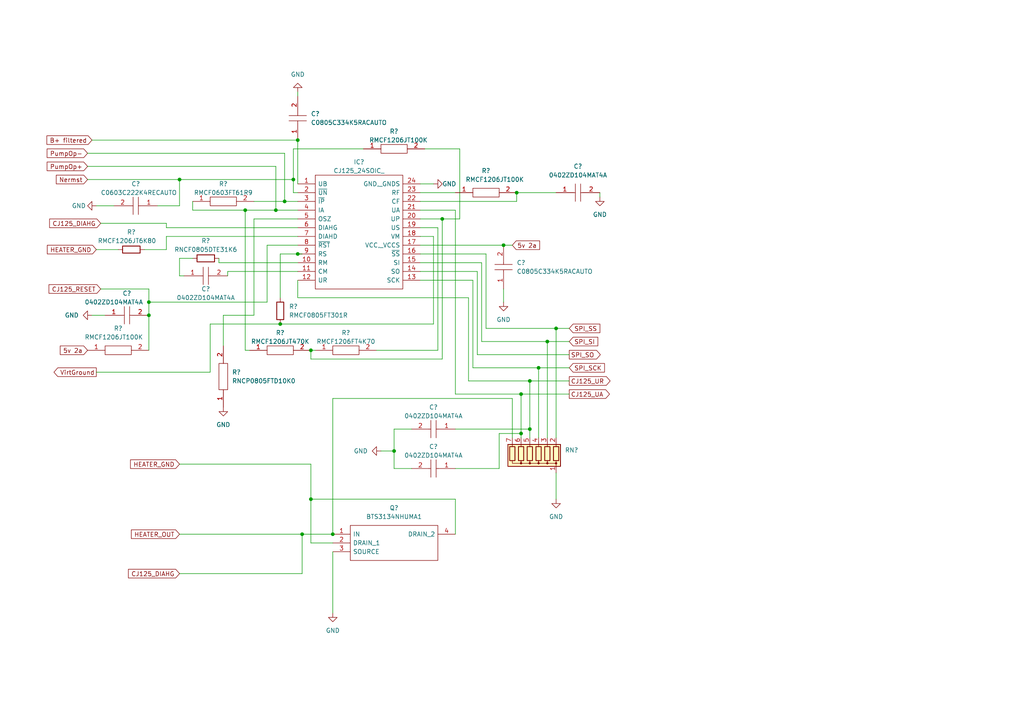
<source format=kicad_sch>
(kicad_sch (version 20211123) (generator eeschema)
  (paper "A4")
  (lib_symbols
    (symbol "Device:R" (pin_numbers hide) (pin_names (offset 0))
      (property "Reference" "R" (at 2.032 0 90))
      (property "Value" "R" (at 0 0 90))
      (symbol "R_0_1"
        (rectangle (start -1.016 -2.54) (end 1.016 2.54) (stroke (width 0.254)))
      )
      (symbol "R_1_1"
        (pin passive line (at 0 3.81 270) (length 1.27) (name "~") (number "1"))
        (pin passive line (at 0 -3.81 90) (length 1.27) (name "~") (number "2"))
      )
    )
    (symbol "Device:R_Network06" (pin_names (offset 0) hide)
      (property "Reference" "RN" (at -10.16 0 90))
      (property "Value" "R_Network06" (at 7.62 0 90))
      (symbol "R_Network06_0_1"
        (rectangle (start -8.89 -3.175) (end 6.35 3.175) (stroke (width 0.254)) (fill (type background)))
        (rectangle (start -8.382 1.524) (end -6.858 -2.54) (stroke (width 0.254)))
        (circle (center -7.62 2.286) (radius 0.254) (fill (type outline)))
        (rectangle (start -5.842 1.524) (end -4.318 -2.54) (stroke (width 0.254)))
        (circle (center -5.08 2.286) (radius 0.254) (fill (type outline)))
        (rectangle (start -3.302 1.524) (end -1.778 -2.54) (stroke (width 0.254)))
        (circle (center -2.54 2.286) (radius 0.254) (fill (type outline)))
        (rectangle (start -0.762 1.524) (end 0.762 -2.54) (stroke (width 0.254)))
        (polyline (pts (xy -7.62 -2.54) (xy -7.62 -3.81)))
        (polyline (pts (xy -5.08 -2.54) (xy -5.08 -3.81)))
        (polyline (pts (xy -2.54 -2.54) (xy -2.54 -3.81)))
        (polyline (pts (xy 0 -2.54) (xy 0 -3.81)))
        (polyline (pts (xy 2.54 -2.54) (xy 2.54 -3.81)))
        (polyline (pts (xy 5.08 -2.54) (xy 5.08 -3.81)))
        (polyline (pts (xy -7.62 1.524) (xy -7.62 2.286) (xy -5.08 2.286) (xy -5.08 1.524)))
        (polyline (pts (xy -5.08 1.524) (xy -5.08 2.286) (xy -2.54 2.286) (xy -2.54 1.524)))
        (polyline (pts (xy -2.54 1.524) (xy -2.54 2.286) (xy 0 2.286) (xy 0 1.524)))
        (polyline (pts (xy 0 1.524) (xy 0 2.286) (xy 2.54 2.286) (xy 2.54 1.524)))
        (polyline (pts (xy 2.54 1.524) (xy 2.54 2.286) (xy 5.08 2.286) (xy 5.08 1.524)))
        (circle (center 0 2.286) (radius 0.254) (fill (type outline)))
        (rectangle (start 1.778 1.524) (end 3.302 -2.54) (stroke (width 0.254)))
        (circle (center 2.54 2.286) (radius 0.254) (fill (type outline)))
        (rectangle (start 4.318 1.524) (end 5.842 -2.54) (stroke (width 0.254)))
      )
      (symbol "R_Network06_1_1"
        (pin passive line (at -7.62 5.08 270) (length 2.54) (name "common") (number "1"))
        (pin passive line (at -7.62 -5.08 90) (length 1.27) (name "R1") (number "2"))
        (pin passive line (at -5.08 -5.08 90) (length 1.27) (name "R2") (number "3"))
        (pin passive line (at -2.54 -5.08 90) (length 1.27) (name "R3") (number "4"))
        (pin passive line (at 0 -5.08 90) (length 1.27) (name "R4") (number "5"))
        (pin passive line (at 2.54 -5.08 90) (length 1.27) (name "R5") (number "6"))
        (pin passive line (at 5.08 -5.08 90) (length 1.27) (name "R6") (number "7"))
      )
    )
    (symbol "SamacSys_Parts:0402ZD104MAT4A" (pin_names (offset 0.762))
      (property "Reference" "C" (at 8.89 6.35 0))
      (property "Value" "0402ZD104MAT4A" (at 8.89 3.81 0))
      (symbol "0402ZD104MAT4A_0_0"
        (pin passive line (at 0 0 0) (length 5.08) (name "~") (number "1"))
        (pin passive line (at 12.7 0 180) (length 5.08) (name "~") (number "2"))
      )
      (symbol "0402ZD104MAT4A_0_1"
        (polyline (pts (xy 5.08 0) (xy 5.588 0)) (stroke (width 0.1524)))
        (polyline (pts (xy 5.588 2.54) (xy 5.588 -2.54)) (stroke (width 0.1524)))
        (polyline (pts (xy 7.112 0) (xy 7.62 0)) (stroke (width 0.1524)))
        (polyline (pts (xy 7.112 2.54) (xy 7.112 -2.54)) (stroke (width 0.1524)))
      )
    )
    (symbol "SamacSys_Parts:BTS3134NHUMA1" (pin_names (offset 0.762))
      (property "Reference" "Q" (at 31.75 7.62 0))
      (property "Value" "BTS3134NHUMA1" (at 31.75 5.08 0))
      (symbol "BTS3134NHUMA1_0_0"
        (pin passive line (at 0 0 0) (length 5.08) (name "IN") (number "1"))
        (pin passive line (at 0 -2.54 0) (length 5.08) (name "DRAIN_1") (number "2"))
        (pin passive line (at 0 -5.08 0) (length 5.08) (name "SOURCE") (number "3"))
        (pin passive line (at 35.56 0 180) (length 5.08) (name "DRAIN_2") (number "4"))
      )
      (symbol "BTS3134NHUMA1_0_1"
        (polyline (pts (xy 5.08 2.54) (xy 30.48 2.54) (xy 30.48 -7.62) (xy 5.08 -7.62) (xy 5.08 2.54)) (stroke (width 0.1524)))
      )
    )
    (symbol "SamacSys_Parts:C0603C222K4RECAUTO" (pin_names (offset 0.762))
      (property "Reference" "C" (at 8.89 6.35 0))
      (property "Value" "C0603C222K4RECAUTO" (at 8.89 3.81 0))
      (symbol "C0603C222K4RECAUTO_0_0"
        (pin passive line (at 0 0 0) (length 5.08) (name "~") (number "1"))
        (pin passive line (at 12.7 0 180) (length 5.08) (name "~") (number "2"))
      )
      (symbol "C0603C222K4RECAUTO_0_1"
        (polyline (pts (xy 5.08 0) (xy 5.588 0)) (stroke (width 0.1524)))
        (polyline (pts (xy 5.588 2.54) (xy 5.588 -2.54)) (stroke (width 0.1524)))
        (polyline (pts (xy 7.112 0) (xy 7.62 0)) (stroke (width 0.1524)))
        (polyline (pts (xy 7.112 2.54) (xy 7.112 -2.54)) (stroke (width 0.1524)))
      )
    )
    (symbol "SamacSys_Parts:C0805C334K5RACAUTO" (pin_names (offset 0.762))
      (property "Reference" "C" (at 8.89 6.35 0))
      (property "Value" "C0805C334K5RACAUTO" (at 8.89 3.81 0))
      (symbol "C0805C334K5RACAUTO_0_0"
        (pin passive line (at 0 0 0) (length 5.08) (name "~") (number "1"))
        (pin passive line (at 12.7 0 180) (length 5.08) (name "~") (number "2"))
      )
      (symbol "C0805C334K5RACAUTO_0_1"
        (polyline (pts (xy 5.08 0) (xy 5.588 0)) (stroke (width 0.1524)))
        (polyline (pts (xy 5.588 2.54) (xy 5.588 -2.54)) (stroke (width 0.1524)))
        (polyline (pts (xy 7.112 0) (xy 7.62 0)) (stroke (width 0.1524)))
        (polyline (pts (xy 7.112 2.54) (xy 7.112 -2.54)) (stroke (width 0.1524)))
      )
    )
    (symbol "SamacSys_Parts:CJ125_24SOIC_" (pin_names (offset 0.762))
      (property "Reference" "IC" (at 31.75 7.62 0))
      (property "Value" "CJ125_24SOIC_" (at 31.75 5.08 0))
      (symbol "CJ125_24SOIC__0_0"
        (pin power_in line (at 0 0 0) (length 5.08) (name "UB") (number "1"))
        (pin output line (at 0 -22.86 0) (length 5.08) (name "RM") (number "10"))
        (pin input line (at 0 -25.4 0) (length 5.08) (name "CM") (number "11"))
        (pin output line (at 0 -27.94 0) (length 5.08) (name "UR") (number "12"))
        (pin input line (at 35.56 -27.94 180) (length 5.08) (name "SCK") (number "13"))
        (pin output line (at 35.56 -25.4 180) (length 5.08) (name "SO") (number "14"))
        (pin input line (at 35.56 -22.86 180) (length 5.08) (name "SI") (number "15"))
        (pin input line (at 35.56 -20.32 180) (length 5.08) (name "~{SS}") (number "16"))
        (pin power_in line (at 35.56 -17.78 180) (length 5.08) (name "VCC,_VCCS") (number "17"))
        (pin power_in line (at 35.56 -15.24 180) (length 5.08) (name "VM") (number "18"))
        (pin power_in line (at 35.56 -12.7 180) (length 5.08) (name "US") (number "19"))
        (pin input line (at 0 -2.54 0) (length 5.08) (name "~{UN}") (number "2"))
        (pin input line (at 35.56 -10.16 180) (length 5.08) (name "UP") (number "20"))
        (pin output line (at 35.56 -7.62 180) (length 5.08) (name "UA") (number "21"))
        (pin input line (at 35.56 -5.08 180) (length 5.08) (name "CF") (number "22"))
        (pin output line (at 35.56 -2.54 180) (length 5.08) (name "RF") (number "23"))
        (pin power_in line (at 35.56 0 180) (length 5.08) (name "GND,_GNDS") (number "24"))
        (pin input line (at 0 -5.08 0) (length 5.08) (name "~{IP}") (number "3"))
        (pin input line (at 0 -7.62 0) (length 5.08) (name "IA") (number "4"))
        (pin input line (at 0 -10.16 0) (length 5.08) (name "OSZ") (number "5"))
        (pin input line (at 0 -12.7 0) (length 5.08) (name "DIAHG") (number "6"))
        (pin input line (at 0 -15.24 0) (length 5.08) (name "DIAHD") (number "7"))
        (pin input line (at 0 -17.78 0) (length 5.08) (name "~{RST}") (number "8"))
        (pin bidirectional line (at 0 -20.32 0) (length 5.08) (name "RS") (number "9"))
      )
      (symbol "CJ125_24SOIC__0_1"
        (polyline (pts (xy 5.08 2.54) (xy 30.48 2.54) (xy 30.48 -30.48) (xy 5.08 -30.48) (xy 5.08 2.54)) (stroke (width 0.1524)))
      )
    )
    (symbol "SamacSys_Parts:RMCF0603FT61R9" (pin_names (offset 0.762))
      (property "Reference" "R" (at 13.97 6.35 0))
      (property "Value" "RMCF0603FT61R9" (at 13.97 3.81 0))
      (symbol "RMCF0603FT61R9_0_0"
        (pin passive line (at 0 0 0) (length 5.08) (name "~") (number "1"))
        (pin passive line (at 17.78 0 180) (length 5.08) (name "~") (number "2"))
      )
      (symbol "RMCF0603FT61R9_0_1"
        (polyline (pts (xy 5.08 1.27) (xy 12.7 1.27) (xy 12.7 -1.27) (xy 5.08 -1.27) (xy 5.08 1.27)) (stroke (width 0.1524)))
      )
    )
    (symbol "SamacSys_Parts:RMCF1206FT4K70" (pin_names (offset 0.762))
      (property "Reference" "R" (at 13.97 6.35 0))
      (property "Value" "RMCF1206FT4K70" (at 13.97 3.81 0))
      (symbol "RMCF1206FT4K70_0_0"
        (pin passive line (at 0 0 0) (length 5.08) (name "~") (number "1"))
        (pin passive line (at 17.78 0 180) (length 5.08) (name "~") (number "2"))
      )
      (symbol "RMCF1206FT4K70_0_1"
        (polyline (pts (xy 5.08 1.27) (xy 12.7 1.27) (xy 12.7 -1.27) (xy 5.08 -1.27) (xy 5.08 1.27)) (stroke (width 0.1524)))
      )
    )
    (symbol "SamacSys_Parts:RMCF1206JT100K" (pin_names (offset 0.762))
      (property "Reference" "R" (at 13.97 6.35 0))
      (property "Value" "RMCF1206JT100K" (at 13.97 3.81 0))
      (symbol "RMCF1206JT100K_0_0"
        (pin passive line (at 0 0 0) (length 5.08) (name "~") (number "1"))
        (pin passive line (at 17.78 0 180) (length 5.08) (name "~") (number "2"))
      )
      (symbol "RMCF1206JT100K_0_1"
        (polyline (pts (xy 5.08 1.27) (xy 12.7 1.27) (xy 12.7 -1.27) (xy 5.08 -1.27) (xy 5.08 1.27)) (stroke (width 0.1524)))
      )
    )
    (symbol "SamacSys_Parts:RMCF1206JT470K" (pin_names (offset 0.762))
      (property "Reference" "R" (at 13.97 6.35 0))
      (property "Value" "RMCF1206JT470K" (at 13.97 3.81 0))
      (symbol "RMCF1206JT470K_0_0"
        (pin passive line (at 0 0 0) (length 5.08) (name "~") (number "1"))
        (pin passive line (at 17.78 0 180) (length 5.08) (name "~") (number "2"))
      )
      (symbol "RMCF1206JT470K_0_1"
        (polyline (pts (xy 5.08 1.27) (xy 12.7 1.27) (xy 12.7 -1.27) (xy 5.08 -1.27) (xy 5.08 1.27)) (stroke (width 0.1524)))
      )
    )
    (symbol "SamacSys_Parts:RNCP0805FTD10K0" (pin_names (offset 0.762))
      (property "Reference" "R" (at 13.97 6.35 0))
      (property "Value" "RNCP0805FTD10K0" (at 13.97 3.81 0))
      (symbol "RNCP0805FTD10K0_0_0"
        (pin passive line (at 0 0 0) (length 5.08) (name "~") (number "1"))
        (pin passive line (at 17.78 0 180) (length 5.08) (name "~") (number "2"))
      )
      (symbol "RNCP0805FTD10K0_0_1"
        (polyline (pts (xy 5.08 1.27) (xy 12.7 1.27) (xy 12.7 -1.27) (xy 5.08 -1.27) (xy 5.08 1.27)) (stroke (width 0.1524)))
      )
    )
    (symbol "power:GND" (power) (pin_names (offset 0))
      (property "Value" "GND" (at 0 -3.81 0))
      (symbol "GND_0_1"
        (polyline (pts (xy 0 0) (xy 0 -1.27) (xy 1.27 -1.27) (xy 0 -2.54) (xy -1.27 -1.27) (xy 0 -1.27)))
      )
      (symbol "GND_1_1"
        (pin power_in line (at 0 0 270) (length 0) hide (name "GND") (number "1"))
      )
    )
  )
  (junction (at 43.18 87.63))
  (junction (at 149.86 55.88))
  (junction (at 87.63 154.94))
  (junction (at 96.52 154.94))
  (junction (at 153.67 110.49))
  (junction (at 156.21 106.68))
  (junction (at 43.18 91.44))
  (junction (at 146.05 71.12))
  (junction (at 161.29 95.25))
  (junction (at 151.13 125.73))
  (junction (at 80.01 60.96))
  (junction (at 158.75 99.06))
  (junction (at 90.17 144.78))
  (junction (at 52.07 52.07))
  (junction (at 90.17 101.6))
  (junction (at 153.67 124.46))
  (junction (at 71.12 60.96))
  (junction (at 151.13 114.3))
  (junction (at 86.36 73.66))
  (junction (at 82.55 58.42))
  (junction (at 86.36 40.64))
  (junction (at 85.09 52.07))
  (junction (at 114.3 130.81))
  (junction (at 81.28 93.98))
  (junction (at 128.27 63.5))
  (wire (pts (xy 109.22 101.6) (xy 127 101.6)))
  (wire (pts (xy 96.52 157.48) (xy 90.17 157.48)))
  (wire (pts (xy 45.72 59.69) (xy 52.07 59.69)))
  (wire (pts (xy 121.92 73.66) (xy 140.97 73.66)))
  (wire (pts (xy 25.4 52.07) (xy 52.07 52.07)))
  (wire (pts (xy 121.92 55.88) (xy 132.08 55.88)))
  (wire (pts (xy 29.21 83.82) (xy 43.18 83.82)))
  (wire (pts (xy 60.96 93.98) (xy 81.28 93.98)))
  (wire (pts (xy 140.97 73.66) (xy 140.97 95.25)))
  (wire (pts (xy 121.92 81.28) (xy 137.16 81.28)))
  (wire (pts (xy 87.63 154.94) (xy 96.52 154.94)))
  (wire (pts (xy 158.75 99.06) (xy 165.1 99.06)))
  (wire (pts (xy 135.89 110.49) (xy 153.67 110.49)))
  (wire (pts (xy 96.52 115.57) (xy 96.52 154.94)))
  (wire (pts (xy 52.07 52.07) (xy 52.07 59.69)))
  (wire (pts (xy 140.97 95.25) (xy 161.29 95.25)))
  (wire (pts (xy 138.43 102.87) (xy 165.1 102.87)))
  (wire (pts (xy 86.36 86.36) (xy 135.89 86.36)))
  (wire (pts (xy 52.07 134.62) (xy 90.17 134.62)))
  (wire (pts (xy 29.21 64.77) (xy 48.26 64.77)))
  (wire (pts (xy 77.47 71.12) (xy 77.47 87.63)))
  (wire (pts (xy 149.86 58.42) (xy 121.92 58.42)))
  (wire (pts (xy 43.18 87.63) (xy 43.18 91.44)))
  (wire (pts (xy 48.26 72.39) (xy 41.91 72.39)))
  (wire (pts (xy 156.21 106.68) (xy 165.1 106.68)))
  (wire (pts (xy 144.78 135.89) (xy 144.78 125.73)))
  (wire (pts (xy 48.26 66.04) (xy 48.26 64.77)))
  (wire (pts (xy 85.09 52.07) (xy 85.09 43.18)))
  (wire (pts (xy 52.07 154.94) (xy 87.63 154.94)))
  (wire (pts (xy 90.17 144.78) (xy 90.17 134.62)))
  (wire (pts (xy 137.16 81.28) (xy 137.16 106.68)))
  (wire (pts (xy 127 66.04) (xy 127 101.6)))
  (wire (pts (xy 146.05 71.12) (xy 148.59 71.12)))
  (wire (pts (xy 43.18 91.44) (xy 43.18 101.6)))
  (wire (pts (xy 85.09 55.88) (xy 86.36 55.88)))
  (wire (pts (xy 90.17 144.78) (xy 132.08 144.78)))
  (wire (pts (xy 135.89 86.36) (xy 135.89 110.49)))
  (wire (pts (xy 81.28 73.66) (xy 86.36 73.66)))
  (wire (pts (xy 148.59 115.57) (xy 148.59 127)))
  (wire (pts (xy 85.09 55.88) (xy 85.09 52.07)))
  (wire (pts (xy 121.92 68.58) (xy 125.73 68.58)))
  (wire (pts (xy 86.36 66.04) (xy 48.26 66.04)))
  (wire (pts (xy 173.99 55.88) (xy 173.99 57.15)))
  (wire (pts (xy 71.12 101.6) (xy 72.39 101.6)))
  (wire (pts (xy 119.38 135.89) (xy 114.3 135.89)))
  (wire (pts (xy 121.92 63.5) (xy 128.27 63.5)))
  (wire (pts (xy 96.52 115.57) (xy 148.59 115.57)))
  (wire (pts (xy 138.43 78.74) (xy 138.43 102.87)))
  (wire (pts (xy 52.07 80.01) (xy 53.34 80.01)))
  (wire (pts (xy 55.88 60.96) (xy 71.12 60.96)))
  (wire (pts (xy 85.09 43.18) (xy 105.41 43.18)))
  (wire (pts (xy 86.36 63.5) (xy 73.66 63.5)))
  (wire (pts (xy 27.94 72.39) (xy 34.29 72.39)))
  (wire (pts (xy 123.19 43.18) (xy 133.35 43.18)))
  (wire (pts (xy 25.4 48.26) (xy 80.01 48.26)))
  (wire (pts (xy 48.26 68.58) (xy 48.26 72.39)))
  (wire (pts (xy 139.7 99.06) (xy 158.75 99.06)))
  (wire (pts (xy 121.92 60.96) (xy 132.08 60.96)))
  (wire (pts (xy 114.3 124.46) (xy 114.3 130.81)))
  (wire (pts (xy 43.18 87.63) (xy 43.18 83.82)))
  (wire (pts (xy 153.67 110.49) (xy 153.67 124.46)))
  (wire (pts (xy 25.4 44.45) (xy 82.55 44.45)))
  (wire (pts (xy 153.67 124.46) (xy 153.67 127)))
  (wire (pts (xy 64.77 91.44) (xy 64.77 100.33)))
  (wire (pts (xy 125.73 93.98) (xy 81.28 93.98)))
  (wire (pts (xy 60.96 93.98) (xy 60.96 107.95)))
  (wire (pts (xy 43.18 87.63) (xy 77.47 87.63)))
  (wire (pts (xy 55.88 58.42) (xy 55.88 60.96)))
  (wire (pts (xy 82.55 44.45) (xy 82.55 58.42)))
  (wire (pts (xy 128.27 63.5) (xy 128.27 104.14)))
  (wire (pts (xy 86.36 76.2) (xy 63.5 76.2)))
  (wire (pts (xy 86.36 78.74) (xy 66.04 78.74)))
  (wire (pts (xy 82.55 58.42) (xy 86.36 58.42)))
  (wire (pts (xy 60.96 107.95) (xy 27.94 107.95)))
  (wire (pts (xy 121.92 76.2) (xy 139.7 76.2)))
  (wire (pts (xy 90.17 104.14) (xy 90.17 101.6)))
  (wire (pts (xy 119.38 124.46) (xy 114.3 124.46)))
  (wire (pts (xy 149.86 55.88) (xy 149.86 58.42)))
  (wire (pts (xy 114.3 130.81) (xy 110.49 130.81)))
  (wire (pts (xy 114.3 130.81) (xy 114.3 135.89)))
  (wire (pts (xy 73.66 91.44) (xy 64.77 91.44)))
  (wire (pts (xy 48.26 68.58) (xy 86.36 68.58)))
  (wire (pts (xy 27.94 59.69) (xy 33.02 59.69)))
  (wire (pts (xy 161.29 95.25) (xy 161.29 127)))
  (wire (pts (xy 133.35 43.18) (xy 133.35 63.5)))
  (wire (pts (xy 26.67 91.44) (xy 30.48 91.44)))
  (wire (pts (xy 151.13 127) (xy 151.13 125.73)))
  (wire (pts (xy 132.08 60.96) (xy 132.08 114.3)))
  (wire (pts (xy 132.08 124.46) (xy 153.67 124.46)))
  (wire (pts (xy 73.66 58.42) (xy 82.55 58.42)))
  (wire (pts (xy 55.88 74.93) (xy 52.07 74.93)))
  (wire (pts (xy 90.17 101.6) (xy 91.44 101.6)))
  (wire (pts (xy 151.13 114.3) (xy 165.1 114.3)))
  (wire (pts (xy 146.05 83.82) (xy 146.05 87.63)))
  (wire (pts (xy 81.28 86.36) (xy 81.28 73.66)))
  (wire (pts (xy 52.07 166.37) (xy 87.63 166.37)))
  (wire (pts (xy 158.75 127) (xy 158.75 99.06)))
  (wire (pts (xy 132.08 144.78) (xy 132.08 154.94)))
  (wire (pts (xy 71.12 60.96) (xy 71.12 101.6)))
  (wire (pts (xy 73.66 63.5) (xy 73.66 91.44)))
  (wire (pts (xy 133.35 63.5) (xy 128.27 63.5)))
  (wire (pts (xy 80.01 60.96) (xy 86.36 60.96)))
  (wire (pts (xy 87.63 73.66) (xy 86.36 73.66)))
  (wire (pts (xy 156.21 127) (xy 156.21 106.68)))
  (wire (pts (xy 125.73 68.58) (xy 125.73 93.98)))
  (wire (pts (xy 52.07 52.07) (xy 85.09 52.07)))
  (wire (pts (xy 96.52 160.02) (xy 96.52 177.8)))
  (wire (pts (xy 151.13 125.73) (xy 151.13 114.3)))
  (wire (pts (xy 52.07 74.93) (xy 52.07 80.01)))
  (wire (pts (xy 63.5 76.2) (xy 63.5 74.93)))
  (wire (pts (xy 132.08 135.89) (xy 144.78 135.89)))
  (wire (pts (xy 26.67 40.64) (xy 86.36 40.64)))
  (wire (pts (xy 132.08 114.3) (xy 151.13 114.3)))
  (wire (pts (xy 86.36 81.28) (xy 86.36 86.36)))
  (wire (pts (xy 161.29 55.88) (xy 149.86 55.88)))
  (wire (pts (xy 121.92 53.34) (xy 125.73 53.34)))
  (wire (pts (xy 161.29 95.25) (xy 165.1 95.25)))
  (wire (pts (xy 86.36 71.12) (xy 77.47 71.12)))
  (wire (pts (xy 144.78 125.73) (xy 151.13 125.73)))
  (wire (pts (xy 80.01 60.96) (xy 80.01 48.26)))
  (wire (pts (xy 71.12 60.96) (xy 80.01 60.96)))
  (wire (pts (xy 139.7 76.2) (xy 139.7 99.06)))
  (wire (pts (xy 121.92 71.12) (xy 146.05 71.12)))
  (wire (pts (xy 90.17 157.48) (xy 90.17 144.78)))
  (wire (pts (xy 128.27 104.14) (xy 90.17 104.14)))
  (wire (pts (xy 86.36 27.94) (xy 86.36 26.67)))
  (wire (pts (xy 86.36 40.64) (xy 86.36 53.34)))
  (wire (pts (xy 66.04 78.74) (xy 66.04 80.01)))
  (wire (pts (xy 137.16 106.68) (xy 156.21 106.68)))
  (wire (pts (xy 121.92 78.74) (xy 138.43 78.74)))
  (wire (pts (xy 87.63 166.37) (xy 87.63 154.94)))
  (wire (pts (xy 121.92 66.04) (xy 127 66.04)))
  (wire (pts (xy 161.29 137.16) (xy 161.29 144.78)))
  (wire (pts (xy 153.67 110.49) (xy 165.1 110.49)))
  (global_label "CJ125_UA" (shape output) (at 165.1 114.3 0) (property "Intersheet References" "${INTERSHEET_REFS}" (effects hide)))
  (global_label "Nermst" (shape input) (at 25.4 52.07 180) (property "Intersheet References" "${INTERSHEET_REFS}" (effects hide)))
  (global_label "PumpOp-" (shape input) (at 25.4 44.45 180) (property "Intersheet References" "${INTERSHEET_REFS}" (effects hide)))
  (global_label "VirtGround" (shape output) (at 27.94 107.95 180) (property "Intersheet References" "${INTERSHEET_REFS}" (effects hide)))
  (global_label "SPI_SO" (shape output) (at 165.1 102.87 0) (property "Intersheet References" "${INTERSHEET_REFS}" (effects hide)))
  (global_label "CJ125_DIAHG" (shape input) (at 52.07 166.37 180) (property "Intersheet References" "${INTERSHEET_REFS}" (effects hide)))
  (global_label "CJ125_RESET" (shape input) (at 29.21 83.82 180) (property "Intersheet References" "${INTERSHEET_REFS}" (effects hide)))
  (global_label "B+ filtered" (shape input) (at 26.67 40.64 180) (property "Intersheet References" "${INTERSHEET_REFS}" (effects hide)))
  (global_label "5v 2a" (shape input) (at 148.59 71.12 0) (property "Intersheet References" "${INTERSHEET_REFS}" (effects hide)))
  (global_label "HEATER_GND" (shape input) (at 27.94 72.39 180) (property "Intersheet References" "${INTERSHEET_REFS}" (effects hide)))
  (global_label "SPI_SI" (shape input) (at 165.1 99.06 0) (property "Intersheet References" "${INTERSHEET_REFS}" (effects hide)))
  (global_label "HEATER_OUT" (shape input) (at 52.07 154.94 180) (property "Intersheet References" "${INTERSHEET_REFS}" (effects hide)))
  (global_label "HEATER_GND" (shape input) (at 52.07 134.62 180) (property "Intersheet References" "${INTERSHEET_REFS}" (effects hide)))
  (global_label "PumpOp+" (shape input) (at 25.4 48.26 180) (property "Intersheet References" "${INTERSHEET_REFS}" (effects hide)))
  (global_label "CJ125_UR" (shape output) (at 165.1 110.49 0) (property "Intersheet References" "${INTERSHEET_REFS}" (effects hide)))
  (global_label "SPI_SS" (shape input) (at 165.1 95.25 0) (property "Intersheet References" "${INTERSHEET_REFS}" (effects hide)))
  (global_label "5v 2a" (shape input) (at 25.4 101.6 180) (property "Intersheet References" "${INTERSHEET_REFS}" (effects hide)))
  (global_label "SPI_SCK" (shape input) (at 165.1 106.68 0) (property "Intersheet References" "${INTERSHEET_REFS}" (effects hide)))
  (global_label "CJ125_DIAHG" (shape input) (at 29.21 64.77 180) (property "Intersheet References" "${INTERSHEET_REFS}" (effects hide)))
  (symbol (lib_id "SamacSys_Parts:0402ZD104MAT4A") (at 161.29 55.88 0) (unit 1)
    (property "Reference" "C?" (at 167.64 48.26 0))
    (property "Value" "0402ZD104MAT4A" (at 167.64 50.8 0))
    (property "Footprint" "CAPC1005X56N" (effects hide))
    (property "Datasheet" "http://datasheets.avx.com/cx5r.pdf" (effects hide))
    (property "Description" "Multilayer Ceramic Capacitors MLCC - SMD/SMT 10V .1uF X5R 0402 20% Tol" (effects hide))
    (property "Height" "0.56" (effects hide))
    (property "Manufacturer_Name" "AVX" (effects hide))
    (property "Manufacturer_Part_Number" "0402ZD104MAT4A" (effects hide))
    (property "Mouser Part Number" "581-0402ZD104MAT4A" (effects hide))
    (property "Mouser Price/Stock" "https://www.mouser.com/Search/Refine.aspx?Keyword=581-0402ZD104MAT4A" (effects hide))
    (property "Arrow Part Number" "0402ZD104MAT4A" (effects hide))
    (property "Arrow Price/Stock" "https://www.arrow.com/en/products/0402zd104mat4a/avx" (effects hide))
  )
  (symbol (lib_id "power:GND") (at 146.05 87.63 0) (unit 1)
    (property "Reference" "#PWR?" (effects hide))
    (property "Value" "GND" (at 146.05 92.71 0))
  )
  (symbol (lib_id "SamacSys_Parts:C0603C222K4RECAUTO") (at 45.72 59.69 180) (unit 1)
    (property "Reference" "C?" (at 38.1 53.34 0) (effects (justify right)))
    (property "Value" "C0603C222K4RECAUTO" (at 29.21 55.88 0) (effects (justify right)))
    (property "Footprint" "CAPC1608X87N" (effects hide))
    (property "Datasheet" "https://connect.kemet.com:7667/gateway/IntelliData-ComponentDocumentation/1.0/download/specsheet/C0603C222K4RECAUTO" (effects hide))
    (property "Description" "Multilayer Ceramic Capacitors MLCC - SMD/SMT 16V 2200pF 0603 X7R 10% AEC-Q200" (effects hide))
    (property "Height" "0.87" (effects hide))
    (property "Manufacturer_Name" "KEMET" (effects hide))
    (property "Manufacturer_Part_Number" "C0603C222K4RECAUTO" (effects hide))
    (property "Mouser Part Number" "80-C0603C222K4RECAUT" (effects hide))
    (property "Mouser Price/Stock" "https://www.mouser.co.uk/ProductDetail/KEMET/C0603C222K4RECAUTO?qs=MLItCLRbWsxZgTBZFzhCDg%3D%3D" (effects hide))
  )
  (symbol (lib_id "SamacSys_Parts:RNCP0805FTD10K0") (at 64.77 118.11 90) (unit 1)
    (property "Reference" "R?" (at 67.31 107.9499 90) (effects (justify right)))
    (property "Value" "RNCP0805FTD10K0" (at 67.31 110.4899 90) (effects (justify right)))
    (property "Footprint" "RESC2012X65N" (effects hide))
    (property "Datasheet" "https://www.seielect.com/catalog/sei-rncp.pdf" (effects hide))
    (property "Description" "RES, 10 Kohm, 0805, 1%, 100 ppm, 0.25W" (effects hide))
    (property "Height" "0.65" (effects hide))
    (property "Manufacturer_Name" "Stackpole Electronics Inc." (effects hide))
    (property "Manufacturer_Part_Number" "RNCP0805FTD10K0" (effects hide))
    (property "Arrow Part Number" "RNCP0805FTD10K0" (effects hide))
    (property "Arrow Price/Stock" "https://www.arrow.com/en/products/rncp0805ftd10k0/stackpole-electronics?region=nac" (effects hide))
  )
  (symbol (lib_id "SamacSys_Parts:0402ZD104MAT4A") (at 53.34 80.01 0) (unit 1)
    (property "Reference" "C?" (at 59.69 83.82 0))
    (property "Value" "0402ZD104MAT4A" (at 59.69 86.36 0))
    (property "Footprint" "CAPC1005X56N" (effects hide))
    (property "Datasheet" "http://datasheets.avx.com/cx5r.pdf" (effects hide))
    (property "Description" "Multilayer Ceramic Capacitors MLCC - SMD/SMT 10V .1uF X5R 0402 20% Tol" (effects hide))
    (property "Height" "0.56" (effects hide))
    (property "Manufacturer_Name" "AVX" (effects hide))
    (property "Manufacturer_Part_Number" "0402ZD104MAT4A" (effects hide))
    (property "Mouser Part Number" "581-0402ZD104MAT4A" (effects hide))
    (property "Mouser Price/Stock" "https://www.mouser.com/Search/Refine.aspx?Keyword=581-0402ZD104MAT4A" (effects hide))
    (property "Arrow Part Number" "0402ZD104MAT4A" (effects hide))
    (property "Arrow Price/Stock" "https://www.arrow.com/en/products/0402zd104mat4a/avx" (effects hide))
  )
  (symbol (lib_id "SamacSys_Parts:CJ125_24SOIC_") (at 86.36 53.34 0) (unit 1)
    (property "Reference" "IC?" (at 104.14 46.99 0))
    (property "Value" "CJ125_24SOIC_" (at 104.14 49.53 0))
    (property "Footprint" "SOIC127P1031X413-24N" (effects hide))
    (property "Datasheet" "https://www.tme.eu/Document/e2f24a4716c4c2eb5720723a8c3c1390/CJ125.pdf" (effects hide))
    (property "Description" "Lambda Driver circuit for Bosch Wideband LS 4.2/4.9 style O2 sensor. Note: Drives O2 pump and Lambda circuits related to O2 sense not heater circuit." (effects hide))
    (property "Height" "4.13" (effects hide))
    (property "Manufacturer_Name" "Bosch Sensortec" (effects hide))
    (property "Manufacturer_Part_Number" "CJ125(24SOIC)" (effects hide))
  )
  (symbol (lib_id "power:GND") (at 86.36 26.67 180) (unit 1)
    (property "Reference" "#PWR?" (effects hide))
    (property "Value" "GND" (at 86.36 21.59 0))
  )
  (symbol (lib_id "Device:R") (at 81.28 90.17 0) (unit 1)
    (property "Reference" "R?" (at 83.82 88.8999 0) (effects (justify left)))
    (property "Value" "RMCF0805FT301R" (at 83.82 91.4399 0) (effects (justify left)))
  )
  (symbol (lib_id "SamacSys_Parts:C0805C334K5RACAUTO") (at 86.36 40.64 90) (unit 1)
    (property "Reference" "C?" (at 90.17 33.0199 90) (effects (justify right)))
    (property "Value" "C0805C334K5RACAUTO" (at 90.17 35.5599 90) (effects (justify right)))
    (property "Footprint" "C0805" (effects hide))
    (property "Datasheet" "https://content.kemet.com/datasheets/KEM_C1023_X7R_AUTO_SMD.pdf" (effects hide))
    (property "Description" "SMD Auto X7R, Ceramic, 0.33 uF, 10%, 50 VDC, 125 VDC, 125?C, -55?C, X7R, SMD, MLCC, Temperature Stable, Automotive Grade, 2.5 % , 1.5152 GOhms, 13 mg, 0805, 2mm, 1.25mm, 0.9mm, 0.75mm, 0.5mm, 4000, 78  Weeks, 80" (effects hide))
    (property "Height" "1.1" (effects hide))
    (property "Manufacturer_Name" "KEMET" (effects hide))
    (property "Manufacturer_Part_Number" "C0805C334K5RACAUTO" (effects hide))
    (property "Mouser Part Number" "80-C0805C334K5RAUTO" (effects hide))
    (property "Mouser Price/Stock" "https://www.mouser.co.uk/ProductDetail/KEMET/C0805C334K5RACAUTO?qs=bZxayH4A01bR1PAHAt4sZQ%3D%3D" (effects hide))
    (property "Arrow Part Number" "C0805C334K5RACAUTO" (effects hide))
    (property "Arrow Price/Stock" "https://www.arrow.com/en/products/c0805c334k5racauto/kemet-corporation" (effects hide))
  )
  (symbol (lib_id "SamacSys_Parts:0402ZD104MAT4A") (at 30.48 91.44 0) (unit 1)
    (property "Reference" "C?" (at 36.83 85.09 0))
    (property "Value" "0402ZD104MAT4A" (at 33.02 87.63 0))
    (property "Footprint" "CAPC1005X56N" (effects hide))
    (property "Datasheet" "http://datasheets.avx.com/cx5r.pdf" (effects hide))
    (property "Description" "Multilayer Ceramic Capacitors MLCC - SMD/SMT 10V .1uF X5R 0402 20% Tol" (effects hide))
    (property "Height" "0.56" (effects hide))
    (property "Manufacturer_Name" "AVX" (effects hide))
    (property "Manufacturer_Part_Number" "0402ZD104MAT4A" (effects hide))
    (property "Mouser Part Number" "581-0402ZD104MAT4A" (effects hide))
    (property "Mouser Price/Stock" "https://www.mouser.com/Search/Refine.aspx?Keyword=581-0402ZD104MAT4A" (effects hide))
    (property "Arrow Part Number" "0402ZD104MAT4A" (effects hide))
    (property "Arrow Price/Stock" "https://www.arrow.com/en/products/0402zd104mat4a/avx" (effects hide))
  )
  (symbol (lib_id "power:GND") (at 96.52 177.8 0) (unit 1)
    (property "Reference" "#PWR?" (effects hide))
    (property "Value" "GND" (at 96.52 182.88 0))
  )
  (symbol (lib_id "power:GND") (at 64.77 118.11 0) (unit 1)
    (property "Reference" "#PWR?" (effects hide))
    (property "Value" "GND" (at 64.77 123.19 0))
  )
  (symbol (lib_id "SamacSys_Parts:RMCF1206JT100K") (at 132.08 55.88 0) (unit 1)
    (property "Reference" "R?" (at 140.97 49.53 0))
    (property "Value" "RMCF1206JT100K" (at 143.51 52.07 0))
    (property "Footprint" "RESC3216X70N" (effects hide))
    (property "Datasheet" "https://www.seielect.com/catalog/sei-rmcf_rmcp.pdf" (effects hide))
    (property "Description" "RES, 1206, 100 Kohm, 5%, 0.25W" (effects hide))
    (property "Height" "0.7" (effects hide))
    (property "Manufacturer_Name" "Stackpole Electronics Inc." (effects hide))
    (property "Manufacturer_Part_Number" "RMCF1206JT100K" (effects hide))
  )
  (symbol (lib_id "Device:R_Network06") (at 153.67 132.08 180) (unit 1)
    (property "Reference" "RN?" (at 163.83 130.5559 0) (effects (justify right)))
    (property "Datasheet" "http://www.vishay.com/docs/31509/csc.pdf" (effects hide))
  )
  (symbol (lib_id "SamacSys_Parts:BTS3134NHUMA1") (at 96.52 154.94 0) (unit 1)
    (property "Reference" "Q?" (at 114.3 147.32 0))
    (property "Value" "BTS3134NHUMA1" (at 114.3 149.86 0))
    (property "Footprint" "SOT230P700X180-4N" (effects hide))
    (property "Datasheet" "https://componentsearchengine.com/Datasheets/2/BTS3134NHUMA1.pdf" (effects hide))
    (property "Description" "Power Switch ICs - Power Distribution SMART LW SIDE PWR 42V 3A" (effects hide))
    (property "Height" "1.8" (effects hide))
    (property "Manufacturer_Name" "Infineon" (effects hide))
    (property "Manufacturer_Part_Number" "BTS3134NHUMA1" (effects hide))
    (property "Mouser Part Number" "726-BTS3134NHUMA1" (effects hide))
    (property "Mouser Price/Stock" "https://www.mouser.co.uk/ProductDetail/Infineon-Technologies/BTS3134NHUMA1?qs=K00xGehIljshZ0QyGXJLyA%3D%3D" (effects hide))
    (property "Arrow Part Number" "BTS3134NHUMA1" (effects hide))
    (property "Arrow Price/Stock" "https://www.arrow.com/en/products/bts3134nhuma1/infineon-technologies-ag?region=nac" (effects hide))
  )
  (symbol (lib_id "SamacSys_Parts:RMCF1206FT4K70") (at 91.44 101.6 0) (unit 1)
    (property "Reference" "R?" (at 100.33 96.52 0))
    (property "Value" "RMCF1206FT4K70" (at 100.33 99.06 0))
    (property "Footprint" "RESC3216X70N" (effects hide))
    (property "Datasheet" "https://www.seielect.com/Catalog/SEI-RMCF_RMCP.pdf" (effects hide))
    (property "Description" "RES 4.7K OHM 1% 1/4W 1206" (effects hide))
    (property "Height" "0.7" (effects hide))
    (property "Manufacturer_Name" "Stackpole Electronics Inc." (effects hide))
    (property "Manufacturer_Part_Number" "RMCF1206FT4K70" (effects hide))
  )
  (symbol (lib_id "SamacSys_Parts:RMCF1206JT100K") (at 105.41 43.18 0) (unit 1)
    (property "Reference" "R?" (at 114.3 38.1 0))
    (property "Value" "RMCF1206JT100K" (at 115.57 40.64 0))
    (property "Footprint" "RESC3216X70N" (effects hide))
    (property "Datasheet" "https://www.seielect.com/catalog/sei-rmcf_rmcp.pdf" (effects hide))
    (property "Description" "RES, 1206, 100 Kohm, 5%, 0.25W" (effects hide))
    (property "Height" "0.7" (effects hide))
    (property "Manufacturer_Name" "Stackpole Electronics Inc." (effects hide))
    (property "Manufacturer_Part_Number" "RMCF1206JT100K" (effects hide))
  )
  (symbol (lib_id "power:GND") (at 161.29 144.78 0) (unit 1)
    (property "Reference" "#PWR?" (effects hide))
  )
  (symbol (lib_id "SamacSys_Parts:0402ZD104MAT4A") (at 132.08 135.89 180) (unit 1)
    (property "Reference" "C?" (at 125.73 129.54 0))
    (property "Value" "0402ZD104MAT4A" (at 125.73 132.08 0))
    (property "Footprint" "CAPC1005X56N" (effects hide))
    (property "Datasheet" "http://datasheets.avx.com/cx5r.pdf" (effects hide))
    (property "Description" "Multilayer Ceramic Capacitors MLCC - SMD/SMT 10V .1uF X5R 0402 20% Tol" (effects hide))
    (property "Height" "0.56" (effects hide))
    (property "Manufacturer_Name" "AVX" (effects hide))
    (property "Manufacturer_Part_Number" "0402ZD104MAT4A" (effects hide))
    (property "Mouser Part Number" "581-0402ZD104MAT4A" (effects hide))
    (property "Mouser Price/Stock" "https://www.mouser.com/Search/Refine.aspx?Keyword=581-0402ZD104MAT4A" (effects hide))
    (property "Arrow Part Number" "0402ZD104MAT4A" (effects hide))
    (property "Arrow Price/Stock" "https://www.arrow.com/en/products/0402zd104mat4a/avx" (effects hide))
  )
  (symbol (lib_id "power:GND") (at 26.67 91.44 270) (unit 1)
    (property "Reference" "#PWR?" (effects hide))
    (property "Value" "GND" (at 22.86 91.4399 90) (effects (justify right)))
  )
  (symbol (lib_id "SamacSys_Parts:RMCF1206JT470K") (at 72.39 101.6 0) (unit 1)
    (property "Reference" "R?" (at 81.28 96.52 0))
    (property "Value" "RMCF1206JT470K" (at 81.28 99.06 0))
    (property "Footprint" "RESC3216X70N" (effects hide))
    (property "Datasheet" "https://www.seielect.com/catalog/sei-rmcf_rmcp.pdf" (effects hide))
    (property "Description" "RES, 1206, 470 Kohm, 5%, 0.25W" (effects hide))
    (property "Height" "0.7" (effects hide))
    (property "Manufacturer_Name" "Stackpole Electronics Inc." (effects hide))
    (property "Manufacturer_Part_Number" "RMCF1206JT470K" (effects hide))
    (property "Arrow Part Number" "RMCF1206JT470K" (effects hide))
    (property "Arrow Price/Stock" "https://www.arrow.com/en/products/rmcf1206jt470k/stackpole-electronics" (effects hide))
  )
  (symbol (lib_id "Device:R") (at 38.1 72.39 90) (unit 1)
    (property "Reference" "R?" (at 38.1 67.31 90))
    (property "Value" "RMCF1206JT6K80" (at 36.83 69.85 90))
  )
  (symbol (lib_id "SamacSys_Parts:0402ZD104MAT4A") (at 132.08 124.46 180) (unit 1)
    (property "Reference" "C?" (at 125.73 118.11 0))
    (property "Value" "0402ZD104MAT4A" (at 125.73 120.65 0))
    (property "Footprint" "CAPC1005X56N" (effects hide))
    (property "Datasheet" "http://datasheets.avx.com/cx5r.pdf" (effects hide))
    (property "Description" "Multilayer Ceramic Capacitors MLCC - SMD/SMT 10V .1uF X5R 0402 20% Tol" (effects hide))
    (property "Height" "0.56" (effects hide))
    (property "Manufacturer_Name" "AVX" (effects hide))
    (property "Manufacturer_Part_Number" "0402ZD104MAT4A" (effects hide))
    (property "Mouser Part Number" "581-0402ZD104MAT4A" (effects hide))
    (property "Mouser Price/Stock" "https://www.mouser.com/Search/Refine.aspx?Keyword=581-0402ZD104MAT4A" (effects hide))
    (property "Arrow Part Number" "0402ZD104MAT4A" (effects hide))
    (property "Arrow Price/Stock" "https://www.arrow.com/en/products/0402zd104mat4a/avx" (effects hide))
  )
  (symbol (lib_id "SamacSys_Parts:C0805C334K5RACAUTO") (at 146.05 83.82 90) (unit 1)
    (property "Reference" "C?" (at 149.86 76.1999 90) (effects (justify right)))
    (property "Value" "C0805C334K5RACAUTO" (at 149.86 78.7399 90) (effects (justify right)))
    (property "Footprint" "C0805" (effects hide))
    (property "Datasheet" "https://content.kemet.com/datasheets/KEM_C1023_X7R_AUTO_SMD.pdf" (effects hide))
    (property "Description" "SMD Auto X7R, Ceramic, 0.33 uF, 10%, 50 VDC, 125 VDC, 125?C, -55?C, X7R, SMD, MLCC, Temperature Stable, Automotive Grade, 2.5 % , 1.5152 GOhms, 13 mg, 0805, 2mm, 1.25mm, 0.9mm, 0.75mm, 0.5mm, 4000, 78  Weeks, 80" (effects hide))
    (property "Height" "1.1" (effects hide))
    (property "Manufacturer_Name" "KEMET" (effects hide))
    (property "Manufacturer_Part_Number" "C0805C334K5RACAUTO" (effects hide))
    (property "Mouser Part Number" "80-C0805C334K5RAUTO" (effects hide))
    (property "Mouser Price/Stock" "https://www.mouser.co.uk/ProductDetail/KEMET/C0805C334K5RACAUTO?qs=bZxayH4A01bR1PAHAt4sZQ%3D%3D" (effects hide))
    (property "Arrow Part Number" "C0805C334K5RACAUTO" (effects hide))
    (property "Arrow Price/Stock" "https://www.arrow.com/en/products/c0805c334k5racauto/kemet-corporation" (effects hide))
  )
  (symbol (lib_id "SamacSys_Parts:RMCF0603FT61R9") (at 55.88 58.42 0) (unit 1)
    (property "Reference" "R?" (at 64.77 53.34 0))
    (property "Value" "RMCF0603FT61R9" (at 64.77 55.88 0))
    (property "Footprint" "RESC1608X55N" (effects hide))
    (property "Datasheet" "https://www.seielect.com/Catalog/SEI-RMCF_RMCP.pdf" (effects hide))
    (property "Description" "RES, 0603, 61.9 ohm, 1%, 0.1W" (effects hide))
    (property "Height" "0.55" (effects hide))
    (property "Manufacturer_Name" "Stackpole Electronics Inc." (effects hide))
    (property "Manufacturer_Part_Number" "RMCF0603FT61R9" (effects hide))
  )
  (symbol (lib_id "SamacSys_Parts:RMCF1206JT100K") (at 25.4 101.6 0) (unit 1)
    (property "Reference" "R?" (at 34.29 95.25 0))
    (property "Value" "RMCF1206JT100K" (at 33.02 97.79 0))
    (property "Footprint" "RESC3216X70N" (effects hide))
    (property "Datasheet" "https://www.seielect.com/catalog/sei-rmcf_rmcp.pdf" (effects hide))
    (property "Description" "RES, 1206, 100 Kohm, 5%, 0.25W" (effects hide))
    (property "Height" "0.7" (effects hide))
    (property "Manufacturer_Name" "Stackpole Electronics Inc." (effects hide))
    (property "Manufacturer_Part_Number" "RMCF1206JT100K" (effects hide))
  )
  (symbol (lib_id "power:GND") (at 27.94 59.69 270) (unit 1)
    (property "Reference" "#PWR?" (effects hide))
    (property "Value" "GND" (at 22.86 59.69 90))
  )
  (symbol (lib_id "power:GND") (at 110.49 130.81 270) (unit 1)
    (property "Reference" "#PWR?" (effects hide))
  )
  (symbol (lib_id "power:GND") (at 125.73 53.34 90) (unit 1)
    (property "Reference" "#PWR?" (effects hide))
    (property "Value" "GND" (at 128.27 53.34 90) (effects (justify right)))
  )
  (symbol (lib_id "Device:R") (at 59.69 74.93 90) (unit 1)
    (property "Reference" "R?" (at 59.69 69.85 90))
    (property "Value" "RNCF0805DTE31K6" (at 59.69 72.39 90))
  )
  (symbol (lib_id "power:GND") (at 173.99 57.15 0) (unit 1)
    (property "Reference" "#PWR?" (effects hide))
    (property "Value" "GND" (at 173.99 62.23 0))
  )
)
</source>
